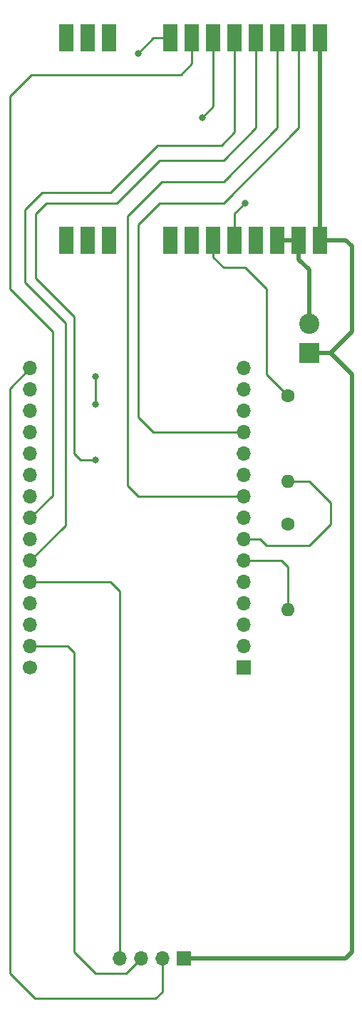
<source format=gbr>
%TF.GenerationSoftware,KiCad,Pcbnew,(6.0.5-0)*%
%TF.CreationDate,2022-05-19T17:28:55-04:00*%
%TF.ProjectId,test_project,74657374-5f70-4726-9f6a-6563742e6b69,rev?*%
%TF.SameCoordinates,Original*%
%TF.FileFunction,Copper,L1,Top*%
%TF.FilePolarity,Positive*%
%FSLAX46Y46*%
G04 Gerber Fmt 4.6, Leading zero omitted, Abs format (unit mm)*
G04 Created by KiCad (PCBNEW (6.0.5-0)) date 2022-05-19 17:28:55*
%MOMM*%
%LPD*%
G01*
G04 APERTURE LIST*
%TA.AperFunction,SMDPad,CuDef*%
%ADD10R,1.800000X3.200000*%
%TD*%
%TA.AperFunction,ComponentPad*%
%ADD11C,1.600000*%
%TD*%
%TA.AperFunction,ComponentPad*%
%ADD12O,1.600000X1.600000*%
%TD*%
%TA.AperFunction,ComponentPad*%
%ADD13R,1.700000X1.700000*%
%TD*%
%TA.AperFunction,ComponentPad*%
%ADD14O,1.700000X1.700000*%
%TD*%
%TA.AperFunction,ComponentPad*%
%ADD15C,1.700000*%
%TD*%
%TA.AperFunction,ComponentPad*%
%ADD16R,2.400000X2.400000*%
%TD*%
%TA.AperFunction,ComponentPad*%
%ADD17C,2.400000*%
%TD*%
%TA.AperFunction,ViaPad*%
%ADD18C,0.800000*%
%TD*%
%TA.AperFunction,Conductor*%
%ADD19C,0.500000*%
%TD*%
%TA.AperFunction,Conductor*%
%ADD20C,0.250000*%
%TD*%
G04 APERTURE END LIST*
D10*
%TO.P,U2,1,GND*%
%TO.N,unconnected-(U2-Pad1)*%
X113424000Y-57720000D03*
%TO.P,U2,2,GND*%
%TO.N,unconnected-(U2-Pad2)*%
X115964000Y-57720000D03*
%TO.P,U2,3,GND*%
%TO.N,unconnected-(U2-Pad3)*%
X118504000Y-57720000D03*
%TO.P,U2,4,GND*%
%TO.N,unconnected-(U2-Pad4)*%
X125804000Y-57720000D03*
%TO.P,U2,5,GND*%
%TO.N,unconnected-(U2-Pad5)*%
X128344000Y-57720000D03*
%TO.P,U2,6,RXEN*%
%TO.N,Net-(R2-Pad1)*%
X130884000Y-57720000D03*
%TO.P,U2,7,TXEN*%
%TO.N,Net-(R1-Pad1)*%
X133424000Y-57720000D03*
%TO.P,U2,8,DIO2*%
%TO.N,unconnected-(U2-Pad8)*%
X135964000Y-57720000D03*
%TO.P,U2,9,VCC*%
%TO.N,+5V*%
X138504000Y-57720000D03*
%TO.P,U2,10,VCC*%
X141044000Y-57720000D03*
%TO.P,U2,11,GND*%
%TO.N,GND*%
X143584000Y-57720000D03*
%TO.P,U2,18,GND*%
X143584000Y-33720000D03*
%TO.P,U2,19,DIO1*%
%TO.N,Net-(U1-Pad12)*%
X141044000Y-33720000D03*
%TO.P,U2,20,DIO0*%
%TO.N,Net-(U1-Pad9)*%
X138504000Y-33720000D03*
%TO.P,U2,21,NRST*%
%TO.N,Net-(U1-Pad11)*%
X135964000Y-33720000D03*
%TO.P,U2,22,MISO*%
%TO.N,Net-(U1-Pad25)*%
X133424000Y-33720000D03*
%TO.P,U2,23,MOSI*%
%TO.N,Net-(U1-Pad10)*%
X130884000Y-33720000D03*
%TO.P,U2,24,SCLK*%
%TO.N,Net-(U1-Pad23)*%
X128344000Y-33720000D03*
%TO.P,U2,25,NSS*%
%TO.N,Net-(U1-Pad24)*%
X125804000Y-33720000D03*
%TO.P,U2,26,GND*%
%TO.N,unconnected-(U2-Pad26)*%
X118504000Y-33720000D03*
%TO.P,U2,27,ANT*%
%TO.N,unconnected-(U2-Pad27)*%
X115964000Y-33720000D03*
%TO.P,U2,28,GND*%
%TO.N,unconnected-(U2-Pad28)*%
X113424000Y-33720000D03*
%TD*%
D11*
%TO.P,R2,1*%
%TO.N,Net-(R2-Pad1)*%
X139700000Y-76200000D03*
D12*
%TO.P,R2,2*%
%TO.N,Net-(R2-Pad2)*%
X139700000Y-86360000D03*
%TD*%
D13*
%TO.P,U1,1,EN*%
%TO.N,unconnected-(U1-Pad1)*%
X134507500Y-108492500D03*
D14*
%TO.P,U1,2,VP*%
%TO.N,unconnected-(U1-Pad2)*%
X134507500Y-105952500D03*
%TO.P,U1,3,VN*%
%TO.N,unconnected-(U1-Pad3)*%
X134507500Y-103412500D03*
%TO.P,U1,4,GPIO34*%
%TO.N,unconnected-(U1-Pad4)*%
X134507500Y-100872500D03*
%TO.P,U1,5,GPIO35*%
%TO.N,unconnected-(U1-Pad5)*%
X134507500Y-98332500D03*
%TO.P,U1,6,GPIO32*%
%TO.N,Net-(R1-Pad2)*%
X134507500Y-95792500D03*
%TO.P,U1,7,GPIO33*%
%TO.N,Net-(R2-Pad2)*%
X134507500Y-93252500D03*
%TO.P,U1,8,GPIO25*%
%TO.N,unconnected-(U1-Pad8)*%
X134507500Y-90712500D03*
%TO.P,U1,9,GPIO26*%
%TO.N,Net-(U1-Pad9)*%
X134507500Y-88172500D03*
%TO.P,U1,10,GPIO27*%
%TO.N,Net-(U1-Pad10)*%
X134507500Y-85632500D03*
%TO.P,U1,11,GPIO14*%
%TO.N,Net-(U1-Pad11)*%
X134507500Y-83092500D03*
%TO.P,U1,12,GPIO12*%
%TO.N,Net-(U1-Pad12)*%
X134507500Y-80552500D03*
%TO.P,U1,13,GPIO13*%
%TO.N,unconnected-(U1-Pad13)*%
X134507500Y-78012500D03*
%TO.P,U1,14,GND*%
%TO.N,GND*%
X134507500Y-75472500D03*
%TO.P,U1,15,VIN*%
%TO.N,+5V*%
X134507500Y-72932500D03*
%TO.P,U1,16,3.3V*%
%TO.N,Net-(U1-Pad16)*%
X109107500Y-72932500D03*
%TO.P,U1,17,GND*%
%TO.N,GND*%
X109107500Y-75472500D03*
%TO.P,U1,18,GPIO15*%
%TO.N,unconnected-(U1-Pad18)*%
X109107500Y-78012500D03*
%TO.P,U1,19,GPIO2*%
%TO.N,unconnected-(U1-Pad19)*%
X109107500Y-80552500D03*
%TO.P,U1,20,GPIO4*%
%TO.N,unconnected-(U1-Pad20)*%
X109107500Y-83092500D03*
%TO.P,U1,21,RX2*%
%TO.N,unconnected-(U1-Pad21)*%
X109107500Y-85632500D03*
%TO.P,U1,22,TX2*%
%TO.N,unconnected-(U1-Pad22)*%
X109107500Y-88172500D03*
%TO.P,U1,23,GPIO5*%
%TO.N,Net-(U1-Pad23)*%
X109107500Y-90712500D03*
%TO.P,U1,24,D18/SCK*%
%TO.N,Net-(U1-Pad24)*%
X109107500Y-93252500D03*
%TO.P,U1,25,D19/MISO*%
%TO.N,Net-(U1-Pad25)*%
X109107500Y-95792500D03*
%TO.P,U1,26,D21/SDA*%
%TO.N,Net-(U1-Pad26)*%
X109107500Y-98332500D03*
%TO.P,U1,27,RX0*%
%TO.N,unconnected-(U1-Pad27)*%
X109107500Y-100872500D03*
%TO.P,U1,28,TX0*%
%TO.N,unconnected-(U1-Pad28)*%
X109107500Y-103412500D03*
%TO.P,U1,29,D22/SCL*%
%TO.N,Net-(U1-Pad29)*%
X109107500Y-105952500D03*
D15*
%TO.P,U1,30,D23/MOSI*%
%TO.N,unconnected-(U1-Pad30)*%
X109107500Y-108492500D03*
%TD*%
D11*
%TO.P,R1,1*%
%TO.N,Net-(R1-Pad1)*%
X139700000Y-91440000D03*
D12*
%TO.P,R1,2*%
%TO.N,Net-(R1-Pad2)*%
X139700000Y-101600000D03*
%TD*%
D13*
%TO.P,U3,1,GND*%
%TO.N,GND*%
X127360000Y-143010000D03*
D14*
%TO.P,U3,2,VCC*%
%TO.N,Net-(U1-Pad16)*%
X124820000Y-143010000D03*
%TO.P,U3,3,SCL*%
%TO.N,Net-(U1-Pad29)*%
X122280000Y-143010000D03*
%TO.P,U3,4,SDA*%
%TO.N,Net-(U1-Pad26)*%
X119740000Y-143010000D03*
%TD*%
D16*
%TO.P,J1,1,Pin_1*%
%TO.N,GND*%
X142240000Y-71120000D03*
D17*
%TO.P,J1,2,Pin_2*%
%TO.N,+5V*%
X142240000Y-67620000D03*
%TD*%
D18*
%TO.N,Net-(R1-Pad1)*%
X134620000Y-53340000D03*
%TO.N,Net-(U1-Pad10)*%
X116840000Y-77216000D03*
X129540000Y-43180000D03*
X116840000Y-73914000D03*
%TO.N,Net-(U1-Pad11)*%
X116840000Y-83820000D03*
%TO.N,Net-(U1-Pad24)*%
X121920000Y-35560000D03*
%TD*%
D19*
%TO.N,GND*%
X147320000Y-68580000D02*
X144780000Y-71120000D01*
X147320000Y-142240000D02*
X147320000Y-73660000D01*
X143584000Y-57720000D02*
X146620000Y-57720000D01*
X127360000Y-143010000D02*
X146550000Y-143010000D01*
X146620000Y-57720000D02*
X147320000Y-58420000D01*
X143584000Y-33720000D02*
X143584000Y-57720000D01*
X146550000Y-143010000D02*
X147320000Y-142240000D01*
X147320000Y-58420000D02*
X147320000Y-68580000D01*
X147320000Y-73660000D02*
X144780000Y-71120000D01*
X144780000Y-71120000D02*
X142240000Y-71120000D01*
%TO.N,+5V*%
X141044000Y-60018000D02*
X142240000Y-61214000D01*
X138504000Y-57720000D02*
X141044000Y-57720000D01*
X142240000Y-61214000D02*
X142240000Y-67620000D01*
X141044000Y-57720000D02*
X141044000Y-60018000D01*
D20*
%TO.N,Net-(R1-Pad1)*%
X133424000Y-54536000D02*
X134620000Y-53340000D01*
X133424000Y-57720000D02*
X133424000Y-54536000D01*
%TO.N,Net-(R1-Pad2)*%
X139700000Y-96520000D02*
X139700000Y-101600000D01*
X134507500Y-95792500D02*
X138972500Y-95792500D01*
X138972500Y-95792500D02*
X139700000Y-96520000D01*
%TO.N,Net-(R2-Pad1)*%
X130884000Y-59764000D02*
X130884000Y-57720000D01*
X137160000Y-63500000D02*
X134620000Y-60960000D01*
X139700000Y-76200000D02*
X137160000Y-73660000D01*
X134620000Y-60960000D02*
X132080000Y-60960000D01*
X132080000Y-60960000D02*
X130884000Y-59764000D01*
X137160000Y-73660000D02*
X137160000Y-63500000D01*
%TO.N,Net-(R2-Pad2)*%
X136432500Y-93252500D02*
X134507500Y-93252500D01*
X139700000Y-86360000D02*
X142240000Y-86360000D01*
X137160000Y-93980000D02*
X136432500Y-93252500D01*
X144780000Y-88900000D02*
X144780000Y-91440000D01*
X142240000Y-93980000D02*
X137160000Y-93980000D01*
X144780000Y-91440000D02*
X142240000Y-93980000D01*
X142240000Y-86360000D02*
X144780000Y-88900000D01*
%TO.N,Net-(U1-Pad9)*%
X121954500Y-88172500D02*
X134507500Y-88172500D01*
X132080000Y-50800000D02*
X124714000Y-50800000D01*
X120650000Y-86868000D02*
X121954500Y-88172500D01*
X138504000Y-44376000D02*
X132080000Y-50800000D01*
X138504000Y-33720000D02*
X138504000Y-44376000D01*
X124714000Y-50800000D02*
X120650000Y-54864000D01*
X120650000Y-54864000D02*
X120650000Y-86868000D01*
%TO.N,Net-(U1-Pad10)*%
X130884000Y-33720000D02*
X130884000Y-41836000D01*
X130884000Y-41836000D02*
X129540000Y-43180000D01*
X116840000Y-77216000D02*
X116840000Y-73914000D01*
%TO.N,Net-(U1-Pad11)*%
X114300000Y-83058000D02*
X115062000Y-83820000D01*
X115062000Y-83820000D02*
X116840000Y-83820000D01*
X132080000Y-48260000D02*
X124460000Y-48260000D01*
X109728000Y-54610000D02*
X109728000Y-62230000D01*
X135964000Y-44376000D02*
X132080000Y-48260000D01*
X119380000Y-53340000D02*
X110998000Y-53340000D01*
X135964000Y-33720000D02*
X135964000Y-44376000D01*
X124460000Y-48260000D02*
X119380000Y-53340000D01*
X114300000Y-66802000D02*
X114300000Y-83058000D01*
X109728000Y-62230000D02*
X114300000Y-66802000D01*
X110998000Y-53340000D02*
X109728000Y-54610000D01*
%TO.N,Net-(U1-Pad12)*%
X141044000Y-33720000D02*
X141044000Y-44376000D01*
X141044000Y-44376000D02*
X132080000Y-53340000D01*
X132080000Y-53340000D02*
X124460000Y-53340000D01*
X124460000Y-53340000D02*
X121920000Y-55880000D01*
X123732500Y-80552500D02*
X134507500Y-80552500D01*
X121920000Y-55880000D02*
X121920000Y-78740000D01*
X121920000Y-78740000D02*
X123732500Y-80552500D01*
%TO.N,Net-(U1-Pad16)*%
X124010480Y-147769520D02*
X109669520Y-147769520D01*
X124820000Y-146960000D02*
X124010480Y-147769520D01*
X106680000Y-75360000D02*
X109107500Y-72932500D01*
X109669520Y-147769520D02*
X106680000Y-144780000D01*
X124820000Y-143010000D02*
X124820000Y-146960000D01*
X106680000Y-144780000D02*
X106680000Y-75360000D01*
%TO.N,Net-(U1-Pad23)*%
X109107500Y-90712500D02*
X111760000Y-88060000D01*
X128344000Y-36756000D02*
X128344000Y-33720000D01*
X111760000Y-88060000D02*
X111760000Y-68580000D01*
X111760000Y-68580000D02*
X106680000Y-63500000D01*
X106680000Y-63500000D02*
X106680000Y-40640000D01*
X127000000Y-38100000D02*
X128344000Y-36756000D01*
X106680000Y-40640000D02*
X109220000Y-38100000D01*
X109220000Y-38100000D02*
X127000000Y-38100000D01*
%TO.N,Net-(U1-Pad24)*%
X125804000Y-33720000D02*
X123760000Y-33720000D01*
X123760000Y-33720000D02*
X121920000Y-35560000D01*
%TO.N,Net-(U1-Pad25)*%
X113284000Y-67564000D02*
X108458000Y-62738000D01*
X133424000Y-44884000D02*
X133424000Y-44376000D01*
X113284000Y-91616000D02*
X113284000Y-67564000D01*
X131826000Y-46482000D02*
X133424000Y-44884000D01*
X110490000Y-52070000D02*
X118618000Y-52070000D01*
X108458000Y-62738000D02*
X108458000Y-54102000D01*
X133424000Y-33720000D02*
X133424000Y-44376000D01*
X109107500Y-95792500D02*
X113284000Y-91616000D01*
X108458000Y-54102000D02*
X110490000Y-52070000D01*
X118618000Y-52070000D02*
X124206000Y-46482000D01*
X124206000Y-46482000D02*
X131826000Y-46482000D01*
%TO.N,Net-(U1-Pad26)*%
X118652500Y-98332500D02*
X109107500Y-98332500D01*
X119740000Y-99420000D02*
X118652500Y-98332500D01*
X119740000Y-143010000D02*
X119740000Y-99420000D01*
%TO.N,Net-(U1-Pad29)*%
X114300000Y-106680000D02*
X113572500Y-105952500D01*
X120510000Y-144780000D02*
X116840000Y-144780000D01*
X116840000Y-144780000D02*
X114300000Y-142240000D01*
X122280000Y-143010000D02*
X120510000Y-144780000D01*
X113572500Y-105952500D02*
X109107500Y-105952500D01*
X114300000Y-142240000D02*
X114300000Y-106680000D01*
%TD*%
M02*

</source>
